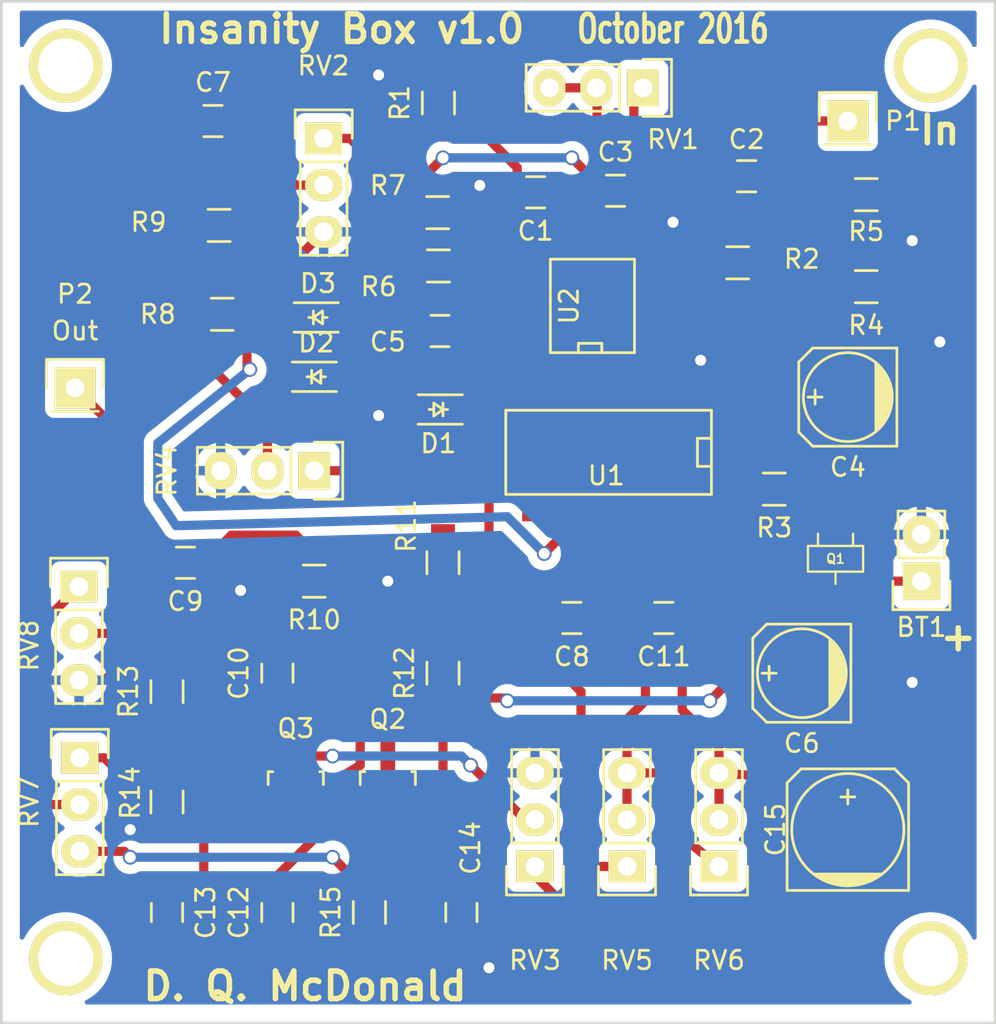
<source format=kicad_pcb>
(kicad_pcb (version 20221018) (generator pcbnew)
  (layers (0 "F.Cu" signal) (31 "B.Cu" signal) (34 "B.Paste" user) (35 "F.Paste" user) (36 "B.SilkS" user "B.Silkscreen") (37 "F.SilkS" user "F.Silkscreen") (38 "B.Mask" user) (39 "F.Mask" user) (44 "Edge.Cuts" user))
  (net 0 "")
  (net 1 "G071")
  (net 2 "Net-(C1-Pad1)")
  (net 3 "Net-(C1-Pad2)")
  (net 4 "Net-(C2-Pad1)")
  (net 5 "Net-(C2-Pad2)")
  (net 6 "Net-(C3-Pad1)")
  (net 7 "VR")
  (net 8 "Net-(C5-Pad1)")
  (net 9 "V071")
  (net 10 "Net-(C7-Pad1)")
  (net 11 "Net-(C7-Pad2)")
  (net 12 "Net-(C11-Pad2)")
  (net 13 "Net-(C8-Pad2)")
  (net 14 "Net-(C9-Pad1)")
  (net 15 "Net-(C10-Pad1)")
  (net 16 "Net-(C10-Pad2)")
  (net 17 "Net-(C11-Pad1)")
  (net 18 "Net-(C12-Pad1)")
  (net 19 "Net-(C13-Pad1)")
  (net 20 "Net-(C14-Pad1)")
  (net 21 "CMOS")
  (net 22 "Net-(D2-Pad1)")
  (net 23 "Net-(P2-Pad1)")
  (net 24 "V4049")
  (net 25 "Net-(R6-Pad1)")
  (net 26 "Net-(R9-Pad1)")
  (net 27 "Net-(Q3-PadS)")
  (net 28 "Net-(RV7-Pad2)")
  (net 29 "Net-(U1-Pad2)")
  (net 30 "Net-(U1-Pad4)")
  (net 31 "Net-(U1-Pad6)")
  (net 32 "Net-(U1-Pad10)")
  (net 33 "Net-(BT1-Pad1)")
  (footprint "Pin_Headers:Pin_Header_Straight_1x02" (layer "F.Cu") (at 217 129 180)
    (fp_text reference "BT1" (at 0 -2.5 180) (layer "F.SilkS"))
    (fp_text value "BATTERY")
    (pad "1" thru_hole rect (at 0 0 180) (size 2.032 2.032) (drill 1.016) (layers "*.Cu" "*.Mask" "F.SilkS") (net 33 "Net-(BT1-Pad1)"))
    (pad "2" thru_hole oval (at 0 2.54 180) (size 2.032 2.032) (drill 1.016) (layers "*.Cu" "*.Mask" "F.SilkS") (net 1 "G071"))
  )
  (footprint "Capacitors_SMD:C_0805" (layer "F.Cu") (at 196.02958 107.8738 180)
    (fp_text reference "C1" (at 0 -2.1 180) (layer "F.SilkS"))
    (fp_text value "0.47uF")
    (pad "1" smd rect (at -1 0 180) (size 1 1.25) (layers "F.Cu" "F.Paste" "F.Mask") (net 2 "Net-(C1-Pad1)"))
    (pad "2" smd rect (at 1 0 180) (size 1 1.25) (layers "F.Cu" "F.Paste" "F.Mask") (net 3 "Net-(C1-Pad2)"))
  )
  (footprint "Capacitors_SMD:C_0805" (layer "F.Cu") (at 207.5 107)
    (fp_text reference "C2" (at 0 -2) (layer "F.SilkS"))
    (fp_text value "0.01uF")
    (pad "1" smd rect (at -1 0) (size 1 1.25) (layers "F.Cu" "F.Paste" "F.Mask") (net 4 "Net-(C2-Pad1)"))
    (pad "2" smd rect (at 1 0) (size 1 1.25) (layers "F.Cu" "F.Paste" "F.Mask") (net 5 "Net-(C2-Pad2)"))
  )
  (footprint "Capacitors_SMD:C_0805" (layer "F.Cu") (at 200.37298 107.78744)
    (fp_text reference "C3" (at 0 -2.1) (layer "F.SilkS"))
    (fp_text value "220pF")
    (pad "1" smd rect (at -1 0) (size 1 1.25) (layers "F.Cu" "F.Paste" "F.Mask") (net 6 "Net-(C3-Pad1)"))
    (pad "2" smd rect (at 1 0) (size 1 1.25) (layers "F.Cu" "F.Paste" "F.Mask") (net 2 "Net-(C1-Pad1)"))
  )
  (footprint "Capacitors_SMD:C_0805" (layer "F.Cu") (at 190.83528 115.40744)
    (fp_text reference "C5" (at -2.83528 0.59256) (layer "F.SilkS"))
    (fp_text value "0.1uF")
    (pad "1" smd rect (at -1 0) (size 1 1.25) (layers "F.Cu" "F.Paste" "F.Mask") (net 8 "Net-(C5-Pad1)"))
    (pad "2" smd rect (at 1 0) (size 1 1.25) (layers "F.Cu" "F.Paste" "F.Mask") (net 6 "Net-(C3-Pad1)"))
  )
  (footprint "Capacitors_SMD:C_0805" (layer "F.Cu") (at 178.5 104)
    (fp_text reference "C7" (at 0 -2.1) (layer "F.SilkS"))
    (fp_text value "0.1uF")
    (pad "1" smd rect (at -1 0) (size 1 1.25) (layers "F.Cu" "F.Paste" "F.Mask") (net 10 "Net-(C7-Pad1)"))
    (pad "2" smd rect (at 1 0) (size 1 1.25) (layers "F.Cu" "F.Paste" "F.Mask") (net 11 "Net-(C7-Pad2)"))
  )
  (footprint "Capacitors_SMD:C_0805" (layer "F.Cu") (at 198 131 180)
    (fp_text reference "C8" (at 0 -2.1 180) (layer "F.SilkS"))
    (fp_text value "220pF")
    (pad "1" smd rect (at -1 0 180) (size 1 1.25) (layers "F.Cu" "F.Paste" "F.Mask") (net 12 "Net-(C11-Pad2)"))
    (pad "2" smd rect (at 1 0 180) (size 1 1.25) (layers "F.Cu" "F.Paste" "F.Mask") (net 13 "Net-(C8-Pad2)"))
  )
  (footprint "Capacitors_SMD:C_0805" (layer "F.Cu") (at 177 128 180)
    (fp_text reference "C9" (at 0 -2.1 180) (layer "F.SilkS"))
    (fp_text value "24pF")
    (pad "1" smd rect (at -1 0 180) (size 1 1.25) (layers "F.Cu" "F.Paste" "F.Mask") (net 14 "Net-(C9-Pad1)"))
    (pad "2" smd rect (at 1 0 180) (size 1 1.25) (layers "F.Cu" "F.Paste" "F.Mask") (net 1 "G071"))
  )
  (footprint "Capacitors_SMD:C_0805" (layer "F.Cu") (at 182 134 90)
    (fp_text reference "C10" (at 0 -2.1 90) (layer "F.SilkS"))
    (fp_text value "0.1uF")
    (pad "1" smd rect (at -1 0 90) (size 1 1.25) (layers "F.Cu" "F.Paste" "F.Mask") (net 15 "Net-(C10-Pad1)"))
    (pad "2" smd rect (at 1 0 90) (size 1 1.25) (layers "F.Cu" "F.Paste" "F.Mask") (net 16 "Net-(C10-Pad2)"))
  )
  (footprint "Capacitors_SMD:C_0805" (layer "F.Cu") (at 203 131 180)
    (fp_text reference "C11" (at 0 -2.1 180) (layer "F.SilkS"))
    (fp_text value "220pF")
    (pad "1" smd rect (at -1 0 180) (size 1 1.25) (layers "F.Cu" "F.Paste" "F.Mask") (net 17 "Net-(C11-Pad1)"))
    (pad "2" smd rect (at 1 0 180) (size 1 1.25) (layers "F.Cu" "F.Paste" "F.Mask") (net 12 "Net-(C11-Pad2)"))
  )
  (footprint "Capacitors_SMD:C_0805" (layer "F.Cu") (at 182 147 90)
    (fp_text reference "C12" (at 0 -2.1 90) (layer "F.SilkS"))
    (fp_text value "0.1uF")
    (pad "1" smd rect (at -1 0 90) (size 1 1.25) (layers "F.Cu" "F.Paste" "F.Mask") (net 18 "Net-(C12-Pad1)"))
    (pad "2" smd rect (at 1 0 90) (size 1 1.25) (layers "F.Cu" "F.Paste" "F.Mask") (net 15 "Net-(C10-Pad1)"))
  )
  (footprint "Capacitors_SMD:C_0805" (layer "F.Cu") (at 176 147 -90)
    (fp_text reference "C13" (at 0 -2.1 270) (layer "F.SilkS"))
    (fp_text value "0.01uF")
    (pad "1" smd rect (at -1 0 270) (size 1 1.25) (layers "F.Cu" "F.Paste" "F.Mask") (net 19 "Net-(C13-Pad1)"))
    (pad "2" smd rect (at 1 0 270) (size 1 1.25) (layers "F.Cu" "F.Paste" "F.Mask") (net 18 "Net-(C12-Pad1)"))
  )
  (footprint "Capacitors_SMD:C_0805" (layer "F.Cu") (at 192 147 -90)
    (fp_text reference "C14" (at -3.5 -0.5 270) (layer "F.SilkS"))
    (fp_text value "0.02uF")
    (pad "1" smd rect (at -1 0 270) (size 1 1.25) (layers "F.Cu" "F.Paste" "F.Mask") (net 20 "Net-(C14-Pad1)"))
    (pad "2" smd rect (at 1 0 270) (size 1 1.25) (layers "F.Cu" "F.Paste" "F.Mask") (net 1 "G071"))
  )
  (footprint "Pin_Headers:Pin_Header_Straight_1x01" (layer "F.Cu") (at 213 104)
    (fp_text reference "P1" (at 3 0) (layer "F.SilkS"))
    (fp_text value "CONN_1")
    (pad "1" thru_hole rect (at 0 0) (size 2.2352 2.2352) (drill 1.016) (layers "*.Cu" "*.Mask" "F.SilkS") (net 5 "Net-(C2-Pad2)"))
  )
  (footprint "Pin_Headers:Pin_Header_Straight_1x01" (layer "F.Cu") (at 171 118.5)
    (fp_text reference "P2" (at 0 -5.1) (layer "F.SilkS"))
    (fp_text value "Out" (at 0 -3.1) (layer "F.SilkS"))
    (pad "1" thru_hole rect (at 0 0) (size 2.2352 2.2352) (drill 1.016) (layers "*.Cu" "*.Mask" "F.SilkS") (net 23 "Net-(P2-Pad1)"))
  )
  (footprint "DQM:pChannelMostfetSot23" (layer "F.Cu") (at 212.3313 127.78486 180)
    (fp_text reference "Q1" (at 0 0 180) (layer "F.SilkS") (effects (font (size 0.50038 0.50038) (thickness 0.09906))))
    (fp_text value "MOSFET_P" hide)
    (pad "D" smd rect (at 0 -1.30664 180) (size 0.59944 1.50076) (layers "F.Cu" "F.Paste" "F.Mask") (net 33 "Net-(BT1-Pad1)"))
    (pad "G" smd rect (at -0.9525 1.30664 180) (size 0.59944 1.50076) (layers "F.Cu" "F.Paste" "F.Mask") (net 1 "G071"))
    (pad "S" smd rect (at 0.9525 1.30664 180) (size 0.59944 1.50076) (layers "F.Cu" "F.Paste" "F.Mask") (net 9 "V071"))
  )
  (footprint "DQM_kicad_new:SOT-23_J201_JFET" (layer "F.Cu") (at 188 140)
    (fp_text reference "Q2" (at 0 -3.5) (layer "F.SilkS"))
    (fp_text value "FET_N")
    (pad "D" smd rect (at 0.95 1.50114) (size 0.8001 1.80086) (layers "F.Cu" "F.Paste" "F.Mask") (net 9 "V071"))
    (pad "G" smd rect (at 0 -1.50114) (size 0.8001 1.80086) (layers "F.Cu" "F.Paste" "F.Mask") (net 16 "Net-(C10-Pad2)"))
    (pad "S" smd rect (at -0.95 1.50114) (size 0.8001 1.80086) (layers "F.Cu" "F.Paste" "F.Mask") (net 15 "Net-(C10-Pad1)"))
  )
  (footprint "DQM_kicad_new:SOT-23_J201_JFET" (layer "F.Cu") (at 183 140)
    (fp_text reference "Q3" (at 0 -3) (layer "F.SilkS"))
    (fp_text value "FET_N")
    (pad "D" smd rect (at 0.95 1.50114) (size 0.8001 1.80086) (layers "F.Cu" "F.Paste" "F.Mask") (net 15 "Net-(C10-Pad1)"))
    (pad "G" smd rect (at 0 -1.50114) (size 0.8001 1.80086) (layers "F.Cu" "F.Paste" "F.Mask") (net 14 "Net-(C9-Pad1)"))
    (pad "S" smd rect (at -0.95 1.50114) (size 0.8001 1.80086) (layers "F.Cu" "F.Paste" "F.Mask") (net 27 "Net-(Q3-PadS)"))
  )
  (footprint "Resistors_SMD:R_0805_HandSoldering" (layer "F.Cu") (at 190.75146 103.01986 90)
    (fp_text reference "R1" (at 0 -2.1 90) (layer "F.SilkS"))
    (fp_text value "4.7K")
    (pad "1" smd rect (at -1.35 0 90) (size 1.5 1.3) (layers "F.Cu" "F.Paste" "F.Mask") (net 3 "Net-(C1-Pad2)"))
    (pad "2" smd rect (at 1.35 0 90) (size 1.5 1.3) (layers "F.Cu" "F.Paste" "F.Mask") (net 1 "G071"))
  )
  (footprint "Resistors_SMD:R_0805_HandSoldering" (layer "F.Cu") (at 207.01508 111.70412)
    (fp_text reference "R2" (at 3.48492 -0.20412) (layer "F.SilkS"))
    (fp_text value "470K")
    (pad "1" smd rect (at -1.35 0) (size 1.5 1.3) (layers "F.Cu" "F.Paste" "F.Mask") (net 4 "Net-(C2-Pad1)"))
    (pad "2" smd rect (at 1.35 0) (size 1.5 1.3) (layers "F.Cu" "F.Paste" "F.Mask") (net 7 "VR"))
  )
  (footprint "Resistors_SMD:R_0805_HandSoldering" (layer "F.Cu") (at 209 124 180)
    (fp_text reference "R3" (at 0 -2.1 180) (layer "F.SilkS"))
    (fp_text value "200R")
    (pad "1" smd rect (at -1.35 0 180) (size 1.5 1.3) (layers "F.Cu" "F.Paste" "F.Mask") (net 9 "V071"))
    (pad "2" smd rect (at 1.35 0 180) (size 1.5 1.3) (layers "F.Cu" "F.Paste" "F.Mask") (net 24 "V4049"))
  )
  (footprint "Resistors_SMD:R_0805_HandSoldering" (layer "F.Cu") (at 214 113 180)
    (fp_text reference "R4" (at 0 -2.1 180) (layer "F.SilkS"))
    (fp_text value "10K")
    (pad "1" smd rect (at -1.35 0 180) (size 1.5 1.3) (layers "F.Cu" "F.Paste" "F.Mask") (net 9 "V071"))
    (pad "2" smd rect (at 1.35 0 180) (size 1.5 1.3) (layers "F.Cu" "F.Paste" "F.Mask") (net 7 "VR"))
  )
  (footprint "Resistors_SMD:R_0805_HandSoldering" (layer "F.Cu") (at 214 108)
    (fp_text reference "R5" (at 0 2) (layer "F.SilkS"))
    (fp_text value "10K")
    (pad "1" smd rect (at -1.35 0) (size 1.5 1.3) (layers "F.Cu" "F.Paste" "F.Mask") (net 7 "VR"))
    (pad "2" smd rect (at 1.35 0) (size 1.5 1.3) (layers "F.Cu" "F.Paste" "F.Mask") (net 1 "G071"))
  )
  (footprint "Resistors_SMD:R_0805_HandSoldering" (layer "F.Cu") (at 190.70828 108.9787 180)
    (fp_text reference "R6" (at 3.20828 -4.0213 180) (layer "F.SilkS"))
    (fp_text value "1.1K")
    (pad "1" smd rect (at -1.35 0 180) (size 1.5 1.3) (layers "F.Cu" "F.Paste" "F.Mask") (net 25 "Net-(R6-Pad1)"))
    (pad "2" smd rect (at 1.35 0 180) (size 1.5 1.3) (layers "F.Cu" "F.Paste" "F.Mask") (net 1 "G071"))
  )
  (footprint "Resistors_SMD:R_0805_HandSoldering" (layer "F.Cu") (at 190.75146 111.8743)
    (fp_text reference "R7" (at -2.75146 -4.3743) (layer "F.SilkS"))
    (fp_text value "100R")
    (pad "1" smd rect (at -1.35 0) (size 1.5 1.3) (layers "F.Cu" "F.Paste" "F.Mask") (net 6 "Net-(C3-Pad1)"))
    (pad "2" smd rect (at 1.35 0) (size 1.5 1.3) (layers "F.Cu" "F.Paste" "F.Mask") (net 25 "Net-(R6-Pad1)"))
  )
  (footprint "Resistors_SMD:R_0805_HandSoldering" (layer "F.Cu") (at 178.83124 109.67212 180)
    (fp_text reference "R8" (at 3.33124 -4.82788 180) (layer "F.SilkS"))
    (fp_text value "6.8K")
    (pad "1" smd rect (at -1.35 0 180) (size 1.5 1.3) (layers "F.Cu" "F.Paste" "F.Mask") (net 13 "Net-(C8-Pad2)"))
    (pad "2" smd rect (at 1.35 0 180) (size 1.5 1.3) (layers "F.Cu" "F.Paste" "F.Mask") (net 10 "Net-(C7-Pad1)"))
  )
  (footprint "Resistors_SMD:R_0805_HandSoldering" (layer "F.Cu") (at 179 114.5)
    (fp_text reference "R9" (at -4 -5) (layer "F.SilkS"))
    (fp_text value "1M")
    (pad "1" smd rect (at -1.35 0) (size 1.5 1.3) (layers "F.Cu" "F.Paste" "F.Mask") (net 26 "Net-(R9-Pad1)"))
    (pad "2" smd rect (at 1.35 0) (size 1.5 1.3) (layers "F.Cu" "F.Paste" "F.Mask") (net 13 "Net-(C8-Pad2)"))
  )
  (footprint "Resistors_SMD:R_0805_HandSoldering" (layer "F.Cu") (at 184 129 180)
    (fp_text reference "R10" (at 0 -2.1 180) (layer "F.SilkS"))
    (fp_text value "1M")
    (pad "1" smd rect (at -1.35 0 180) (size 1.5 1.3) (layers "F.Cu" "F.Paste" "F.Mask") (net 14 "Net-(C9-Pad1)"))
    (pad "2" smd rect (at 1.35 0 180) (size 1.5 1.3) (layers "F.Cu" "F.Paste" "F.Mask") (net 1 "G071"))
  )
  (footprint "Resistors_SMD:R_0805_HandSoldering" (layer "F.Cu") (at 191 128 90)
    (fp_text reference "R11" (at 2 -2 90) (layer "F.SilkS"))
    (fp_text value "1M")
    (pad "1" smd rect (at -1.35 0 90) (size 1.5 1.3) (layers "F.Cu" "F.Paste" "F.Mask") (net 16 "Net-(C10-Pad2)"))
    (pad "2" smd rect (at 1.35 0 90) (size 1.5 1.3) (layers "F.Cu" "F.Paste" "F.Mask") (net 1 "G071"))
  )
  (footprint "Resistors_SMD:R_0805_HandSoldering" (layer "F.Cu") (at 191 134 90)
    (fp_text reference "R12" (at 0 -2.1 90) (layer "F.SilkS"))
    (fp_text value "1M")
    (pad "1" smd rect (at -1.35 0 90) (size 1.5 1.3) (layers "F.Cu" "F.Paste" "F.Mask") (net 9 "V071"))
    (pad "2" smd rect (at 1.35 0 90) (size 1.5 1.3) (layers "F.Cu" "F.Paste" "F.Mask") (net 16 "Net-(C10-Pad2)"))
  )
  (footprint "Resistors_SMD:R_0805_HandSoldering" (layer "F.Cu") (at 176 135 90)
    (fp_text reference "R13" (at 0 -2.1 90) (layer "F.SilkS"))
    (fp_text value "1K")
    (pad "1" smd rect (at -1.35 0 90) (size 1.5 1.3) (layers "F.Cu" "F.Paste" "F.Mask") (net 27 "Net-(Q3-PadS)"))
    (pad "2" smd rect (at 1.35 0 90) (size 1.5 1.3) (layers "F.Cu" "F.Paste" "F.Mask") (net 1 "G071"))
  )
  (footprint "Resistors_SMD:R_0805_HandSoldering" (layer "F.Cu") (at 176 141 90)
    (fp_text reference "R14" (at 0.5 -2 90) (layer "F.SilkS"))
    (fp_text value "100K")
    (pad "1" smd rect (at -1.35 0 90) (size 1.5 1.3) (layers "F.Cu" "F.Paste" "F.Mask") (net 1 "G071"))
    (pad "2" smd rect (at 1.35 0 90) (size 1.5 1.3) (layers "F.Cu" "F.Paste" "F.Mask") (net 19 "Net-(C13-Pad1)"))
  )
  (footprint "Resistors_SMD:R_0805_HandSoldering" (layer "F.Cu") (at 187 147 90)
    (fp_text reference "R15" (at 0 -2.1 90) (layer "F.SilkS"))
    (fp_text value "39K")
    (pad "1" smd rect (at -1.35 0 90) (size 1.5 1.3) (layers "F.Cu" "F.Paste" "F.Mask") (net 18 "Net-(C12-Pad1)"))
    (pad "2" smd rect (at 1.35 0 90) (size 1.5 1.3) (layers "F.Cu" "F.Paste" "F.Mask") (net 20 "Net-(C14-Pad1)"))
  )
  (footprint "Pin_Headers:Pin_Header_Straight_1x03" (layer "F.Cu") (at 201.86904 102.1969 -90)
    (fp_text reference "RV1" (at 2.8031 -1.63096) (layer "F.SilkS"))
    (fp_text value "1M")
    (pad "1" thru_hole rect (at 0 0 270) (size 2.032 1.7272) (drill 1.016) (layers "*.Cu" "*.Mask" "F.SilkS") (net 2 "Net-(C1-Pad1)"))
    (pad "2" thru_hole oval (at 0 2.54 270) (size 2.032 1.7272) (drill 1.016) (layers "*.Cu" "*.Mask" "F.SilkS") (net 6 "Net-(C3-Pad1)"))
    (pad "3" thru_hole oval (at 0 5.08 270) (size 2.032 1.7272) (drill 1.016) (layers "*.Cu" "*.Mask" "F.SilkS") (net 6 "Net-(C3-Pad1)"))
  )
  (footprint "Pin_Headers:Pin_Header_Straight_1x03" (layer "F.Cu") (at 184.51576 104.94264)
    (fp_text reference "RV2" (at -0.01576 -3.94264) (layer "F.SilkS"))
    (fp_text value "100K")
    (pad "1" thru_hole rect (at 0 0) (size 2.032 1.7272) (drill 1.016) (layers "*.Cu" "*.Mask" "F.SilkS") (net 8 "Net-(C5-Pad1)"))
    (pad "2" thru_hole oval (at 0 2.54) (size 2.032 1.7272) (drill 1.016) (layers "*.Cu" "*.Mask" "F.SilkS") (net 11 "Net-(C7-Pad2)"))
    (pad "3" thru_hole oval (at 0 5.08) (size 2.032 1.7272) (drill 1.016) (layers "*.Cu" "*.Mask" "F.SilkS") (net 1 "G071"))
  )
  (footprint "Pin_Headers:Pin_Header_Straight_1x03" (layer "F.Cu") (at 196 144.5 180)
    (fp_text reference "RV3" (at 0 -5.1 180) (layer "F.SilkS"))
    (fp_text value "100K")
    (pad "1" thru_hole rect (at 0 0 180) (size 2.032 1.7272) (drill 1.016) (layers "*.Cu" "*.Mask" "F.SilkS") (net 21 "CMOS"))
    (pad "2" thru_hole oval (at 0 2.54 180) (size 2.032 1.7272) (drill 1.016) (layers "*.Cu" "*.Mask" "F.SilkS") (net 14 "Net-(C9-Pad1)"))
    (pad "3" thru_hole oval (at 0 5.08 180) (size 2.032 1.7272) (drill 1.016) (layers "*.Cu" "*.Mask" "F.SilkS") (net 1 "G071"))
  )
  (footprint "Pin_Headers:Pin_Header_Straight_1x03" (layer "F.Cu") (at 184 123 -90)
    (fp_text reference "RV4" (at 0 8 270) (layer "F.SilkS"))
    (fp_text value "50K")
    (pad "1" thru_hole rect (at 0 0 270) (size 2.032 1.7272) (drill 1.016) (layers "*.Cu" "*.Mask" "F.SilkS") (net 9 "V071"))
    (pad "2" thru_hole oval (at 0 2.54 270) (size 2.032 1.7272) (drill 1.016) (layers "*.Cu" "*.Mask" "F.SilkS") (net 26 "Net-(R9-Pad1)"))
    (pad "3" thru_hole oval (at 0 5.08 270) (size 2.032 1.7272) (drill 1.016) (layers "*.Cu" "*.Mask" "F.SilkS") (net 1 "G071"))
  )
  (footprint "Pin_Headers:Pin_Header_Straight_1x03" (layer "F.Cu") (at 201 144.5 180)
    (fp_text reference "RV5" (at 0 -5.1 180) (layer "F.SilkS"))
    (fp_text value "100K")
    (pad "1" thru_hole rect (at 0 0 180) (size 2.032 1.7272) (drill 1.016) (layers "*.Cu" "*.Mask" "F.SilkS") (net 13 "Net-(C8-Pad2)"))
    (pad "2" thru_hole oval (at 0 2.54 180) (size 2.032 1.7272) (drill 1.016) (layers "*.Cu" "*.Mask" "F.SilkS") (net 12 "Net-(C11-Pad2)"))
    (pad "3" thru_hole oval (at 0 5.08 180) (size 2.032 1.7272) (drill 1.016) (layers "*.Cu" "*.Mask" "F.SilkS") (net 12 "Net-(C11-Pad2)"))
  )
  (footprint "Pin_Headers:Pin_Header_Straight_1x03" (layer "F.Cu") (at 206 144.5 180)
    (fp_text reference "RV6" (at 0 -5.1 180) (layer "F.SilkS"))
    (fp_text value "100K")
    (pad "1" thru_hole rect (at 0 0 180) (size 2.032 1.7272) (drill 1.016) (layers "*.Cu" "*.Mask" "F.SilkS") (net 12 "Net-(C11-Pad2)"))
    (pad "2" thru_hole oval (at 0 2.54 180) (size 2.032 1.7272) (drill 1.016) (layers "*.Cu" "*.Mask" "F.SilkS") (net 17 "Net-(C11-Pad1)"))
    (pad "3" thru_hole oval (at 0 5.08 180) (size 2.032 1.7272) (drill 1.016) (layers "*.Cu" "*.Mask" "F.SilkS") (net 17 "Net-(C11-Pad1)"))
  )
  (footprint "Pin_Headers:Pin_Header_Straight_1x03" (layer "F.Cu") (at 171.26204 138.59764)
    (fp_text reference "RV7" (at -2.76204 2.40236 90) (layer "F.SilkS"))
    (fp_text value "100K")
    (pad "1" thru_hole rect (at 0 0) (size 2.032 1.7272) (drill 1.016) (layers "*.Cu" "*.Mask" "F.SilkS") (net 19 "Net-(C13-Pad1)"))
    (pad "2" thru_hole oval (at 0 2.54) (size 2.032 1.7272) (drill 1.016) (layers "*.Cu" "*.Mask" "F.SilkS") (net 28 "Net-(RV7-Pad2)"))
    (pad "3" thru_hole oval (at 0 5.08) (size 2.032 1.7272) (drill 1.016) (layers "*.Cu" "*.Mask" "F.SilkS") (net 20 "Net-(C14-Pad1)"))
  )
  (footprint "Pin_Headers:Pin_Header_Straight_1x03" (layer "F.Cu") (at 171.21632 129.2987)
    (fp_text reference "RV8" (at -2.71632 3.2013 90) (layer "F.SilkS"))
    (fp_text value "100K")
    (pad "1" thru_hole rect (at 0 0) (size 2.032 1.7272) (drill 1.016) (layers "*.Cu" "*.Mask" "F.SilkS") (net 28 "Net-(RV7-Pad2)"))
    (pad "2" thru_hole oval (at 0 2.54) (size 2.032 1.7272) (drill 1.016) (layers "*.Cu" "*.Mask" "F.SilkS") (net 23 "Net-(P2-Pad1)"))
    (pad "3" thru_hole oval (at 0 5.08) (size 2.032 1.7272) (drill 1.016) (layers "*.Cu" "*.Mask" "F.SilkS") (net 1 "G071"))
  )
  (footprint "SMD_Packages:SOIC-8-N" (layer "F.Cu") (at 199.12076 114.046 90)
    (fp_text reference "U2" (at 0 -1.27 90) (layer "F.SilkS"))
    (fp_text value "TL071")
    (pad "1" smd rect (at -1.905 3.175 90) (size 0.508 1.143) (layers "F.Cu" "F.Paste" "F.Mask"))
    (pad "2" smd rect (at -0.635 3.175 90) (size 0.508 1.143) (layers "F.Cu" "F.Paste" "F.Mask") (net 2 "Net-(C1-Pad1)"))
    (pad "3" smd rect (at 0.635 3.175 90) (size 0.508 1.143) (layers "F.Cu" "F.Paste" "F.Mask") (net 4 "Net-(C2-Pad1)"))
    (pad "4" smd rect (at 1.905 3.175 90) (size 0.508 1.143) (layers "F.Cu" "F.Paste" "F.Mask") (net 1 "G071"))
    (pad "5" smd rect (at 1.905 -3.175 90) (size 0.508 1.143) (layers "F.Cu" "F.Paste" "F.Mask"))
    (pad "6" smd rect (at 0.635 -3.175 90) (size 0.508 1.143) (layers "F.Cu" "F.Paste" "F.Mask") (net 25 "Net-(R6-Pad1)"))
    (pad "7" smd rect (at -0.635 -3.175 90) (size 0.508 1.143) (layers "F.Cu" "F.Paste" "F.Mask") (net 9 "V071"))
    (pad "8" smd rect (at -1.905 -3.175 90) (size 0.508 1.143) (layers "F.Cu" "F.Paste" "F.Mask"))
  )
  (footprint "Capacitors_SMD:c_elec_5x5.3" (layer "F.Cu") (at 213 119 180)
    (fp_text reference "C4" (at 0 -3.81 180) (layer "F.SilkS"))
    (fp_text value "22uF")
    (pad "1" smd rect (at 2.19964 0 180) (size 2.99974 1.6002) (layers "F.Cu" "F.Paste" "F.Mask") (net 7 "VR"))
    (pad "2" smd rect (at -2.19964 0 180) (size 2.99974 1.6002) (layers "F.Cu" "F.Paste" "F.Mask") (net 1 "G071"))
  )
  (footprint "Capacitors_SMD:c_elec_5x5.3" (layer "F.Cu") (at 210.5 134 180)
    (fp_text reference "C6" (at 0 -3.81 180) (layer "F.SilkS"))
    (fp_text value "22uF")
    (pad "1" smd rect (at 2.19964 0 180) (size 2.99974 1.6002) (layers "F.Cu" "F.Paste" "F.Mask") (net 9 "V071"))
    (pad "2" smd rect (at -2.19964 0 180) (size 2.99974 1.6002) (layers "F.Cu" "F.Paste" "F.Mask") (net 1 "G071"))
  )
  (footprint "Capacitors_SMD:c_elec_6.3x5.7" (layer "F.Cu") (at 213 142.5 90)
    (fp_text reference "C15" (at 0 -3.937 90) (layer "F.SilkS"))
    (fp_text value "10uF")
    (pad "1" smd rect (at 2.75082 0 90) (size 3.59918 1.6002) (layers "F.Cu" "F.Paste" "F.Mask") (net 17 "Net-(C11-Pad1)"))
    (pad "2" smd rect (at -2.75082 0 90) (size 3.59918 1.6002) (layers "F.Cu" "F.Paste" "F.Mask") (net 21 "CMOS"))
  )
  (footprint "Diodes_SMD:SOD-323" (layer "F.Cu") (at 190.74892 119.6721 180)
    (fp_text reference "D1" (at 0 -1.85 180) (layer "F.SilkS"))
    (fp_text value "1N914")
    (pad "1" smd rect (at -1.055 0 180) (size 0.59 0.45) (layers "F.Cu" "F.Paste" "F.Mask") (net 8 "Net-(C5-Pad1)"))
    (pad "2" smd rect (at 1.055 0 180) (size 0.59 0.45) (layers "F.Cu" "F.Paste" "F.Mask") (net 1 "G071"))
  )
  (footprint "Diodes_SMD:SOD-323" (layer "F.Cu") (at 184.1119 117.89664)
    (fp_text reference "D2" (at 0 -1.85) (layer "F.SilkS"))
    (fp_text value "1N914")
    (pad "1" smd rect (at -1.055 0) (size 0.59 0.45) (layers "F.Cu" "F.Paste" "F.Mask") (net 22 "Net-(D2-Pad1)"))
    (pad "2" smd rect (at 1.055 0) (size 0.59 0.45) (layers "F.Cu" "F.Paste" "F.Mask") (net 8 "Net-(C5-Pad1)"))
  )
  (footprint "Diodes_SMD:SOD-323" (layer "F.Cu") (at 184.20588 114.67338)
    (fp_text reference "D3" (at 0 -1.85) (layer "F.SilkS"))
    (fp_text value "1N914")
    (pad "1" smd rect (at -1.055 0) (size 0.59 0.45) (layers "F.Cu" "F.Paste" "F.Mask") (net 1 "G071"))
    (pad "2" smd rect (at 1.055 0) (size 0.59 0.45) (layers "F.Cu" "F.Paste" "F.Mask") (net 22 "Net-(D2-Pad1)"))
  )
  (footprint "SMD_Packages:SO-16-N" (layer "F.Cu") (at 200 122 180)
    (fp_text reference "U1" (at 0.127 -1.27 180) (layer "F.SilkS"))
    (fp_text value "4049")
    (pad "1" smd rect (at -4.445 3.175 180) (size 0.508 1.143) (layers "F.Cu" "F.Paste" "F.Mask") (net 24 "V4049"))
    (pad "2" smd rect (at -3.175 3.175 180) (size 0.508 1.143) (layers "F.Cu" "F.Paste" "F.Mask") (net 29 "Net-(U1-Pad2)"))
    (pad "3" smd rect (at -1.905 3.175 180) (size 0.508 1.143) (layers "F.Cu" "F.Paste" "F.Mask") (net 1 "G071"))
    (pad "4" smd rect (at -0.635 3.175 180) (size 0.508 1.143) (layers "F.Cu" "F.Paste" "F.Mask") (net 30 "Net-(U1-Pad4)"))
    (pad "5" smd rect (at 0.635 3.175 180) (size 0.508 1.143) (layers "F.Cu" "F.Paste" "F.Mask") (net 1 "G071"))
    (pad "6" smd rect (at 1.905 3.175 180) (size 0.508 1.143) (layers "F.Cu" "F.Paste" "F.Mask") (net 31 "Net-(U1-Pad6)"))
    (pad "7" smd rect (at 3.175 3.175 180) (size 0.508 1.143) (layers "F.Cu" "F.Paste" "F.Mask") (net 1 "G071"))
    (pad "8" smd rect (at 4.445 3.175 180) (size 0.508 1.143) (layers "F.Cu" "F.Paste" "F.Mask") (net 1 "G071"))
    (pad "9" smd rect (at 4.445 -3.175 180) (size 0.508 1.143) (layers "F.Cu" "F.Paste" "F.Mask") (net 1 "G071"))
    (pad "10" smd rect (at 3.175 -3.175 180) (size 0.508 1.143) (layers "F.Cu" "F.Paste" "F.Mask") (net 32 "Net-(U1-Pad10)"))
    (pad "11" smd rect (at 1.905 -3.175 180) (size 0.508 1.143) (layers "F.Cu" "F.Paste" "F.Mask") (net 13 "Net-(C8-Pad2)"))
    (pad "12" smd rect (at 0.635 -3.175 180) (size 0.508 1.143) (layers "F.Cu" "F.Paste" "F.Mask") (net 12 "Net-(C11-Pad2)"))
    (pad "13" smd rect (at -0.635 -3.175 180) (size 0.508 1.143) (layers "F.Cu" "F.Paste" "F.Mask"))
    (pad "14" smd rect (at -1.905 -3.175 180) (size 0.508 1.143) (layers "F.Cu" "F.Paste" "F.Mask") (net 12 "Net-(C11-Pad2)"))
    (pad "15" smd rect (at -3.175 -3.175 180) (size 0.508 1.143) (layers "F.Cu" "F.Paste" "F.Mask") (net 17 "Net-(C11-Pad1)"))
    (pad "16" smd rect (at -4.445 -3.175 180) (size 0.508 1.143) (layers "F.Cu" "F.Paste" "F.Mask"))
  )
  (footprint "DQM:PIN_ARRAY_1" (layer "F.Cu") (at 170.5 101)
    (fp_text reference "" (at 0 -1.905) (layer "F.SilkS") (effects (font (size 0.762 0.762) (thickness 0.1524))))
    (fp_text value "Val**" hide)
    (pad "1" thru_hole circle (at 0 0) (size 4 4) (drill 3) (layers "*.Cu" "*.Mask" "F.SilkS"))
  )
  (footprint "DQM:PIN_ARRAY_1" (layer "F.Cu") (at 217.5 101)
    (fp_text reference "" (at 0 -1.905) (layer "F.SilkS") (effects (font (size 0.762 0.762) (thickness 0.1524))))
    (fp_text value "Val**" hide)
    (pad "1" thru_hole circle (at 0 0) (size 4 4) (drill 3) (layers "*.Cu" "*.Mask" "F.SilkS"))
  )
  (footprint "DQM:PIN_ARRAY_1" (layer "F.Cu") (at 217.5 149.5)
    (fp_text reference "" (at 0 -1.905) (layer "F.SilkS") (effects (font (size 0.762 0.762) (thickness 0.1524))))
    (fp_text value "Val**" hide)
    (pad "1" thru_hole circle (at 0 0) (size 4 4) (drill 3) (layers "*.Cu" "*.Mask" "F.SilkS"))
  )
  (footprint "DQM:PIN_ARRAY_1" (layer "F.Cu") (at 170.5 149.5)
    (fp_text reference "" (at 0 -1.905) (layer "F.SilkS") (effects (font (size 0.762 0.762) (thickness 0.1524))))
    (fp_text value "Val**" hide)
    (pad "1" thru_hole circle (at 0 0) (size 4 4) (drill 3) (layers "*.Cu" "*.Mask" "F.SilkS"))
  )
  (gr_line (start 221 97.5) (end 167 97.5) (stroke (width 0.15)) (layer "Edge.Cuts"))
  (gr_line (start 220.5 153) (end 221 153) (stroke (width 0.15)) (layer "Edge.Cuts"))
  (gr_line (start 167 97.5) (end 167 153) (stroke (width 0.15)) (layer "Edge.Cuts"))
  (gr_line (start 167 153) (end 220.5 153) (stroke (width 0.15)) (layer "Edge.Cuts"))
  (gr_line (start 221 153) (end 221 97.5) (stroke (width 0.15)) (layer "Edge.Cuts"))
  (gr_text "D. Q. McDonald" (at 183.5 151) (layer "F.SilkS") (effects (font (size 1.5 1.5) (thickness 0.3))))
  (gr_text "Insanity Box v1.0" (at 185.5 99) (layer "F.SilkS") (effects (font (size 1.5 1.5) (thickness 0.3))))
  (gr_text "+" (at 219 132) (layer "F.SilkS") (effects (font (size 1.5 1.5) (thickness 0.3))))
  (gr_text "In" (at 218 104.5) (layer "F.SilkS") (effects (font (size 1.5 1.5) (thickness 0.3))))
  (gr_text "October 2016" (at 203.5 99) (layer "F.SilkS") (effects (font (size 1.5 1) (thickness 0.25))))
  (segment (start 199.365 120.135) (end 199 120.5) (width 0.5) (layer "F.Cu") (net 1))
  (segment (start 199 120.5) (end 198 120.5) (width 0.5) (layer "F.Cu") (net 1))
  (segment (start 195.555 120.055) (end 196 120.5) (width 0.5) (layer "F.Cu") (net 1))
  (segment (start 196 120.5) (end 197 120.5) (width 0.5) (layer "F.Cu") (net 1))
  (segment (start 197 120.5) (end 198 120.5) (width 0.5) (layer "F.Cu") (net 1))
  (segment (start 196.825 118.825) (end 196.65 118.65) (width 0.5) (layer "F.Cu") (net 1))
  (segment (start 196.825 120.5) (end 197 120.5) (width 0.5) (layer "F.Cu") (net 1))
  (segment (start 183.15088 111.38752) (end 184.51576 110.02264) (width 0.5) (layer "F.Cu") (net 1))
  (segment (start 189.5213 108.9787) (end 191 107.5) (width 0.5) (layer "F.Cu") (net 1))
  (segment (start 191 107.5) (end 193 107.5) (width 0.5) (layer "F.Cu") (net 1))
  (segment (start 202.29576 110.70424) (end 203.5 109.5) (width 0.5) (layer "F.Cu") (net 1))
  (segment (start 215.35 109.35) (end 216.5 110.5) (width 0.5) (layer "F.Cu") (net 1))
  (segment (start 215.19964 118.80036) (end 218 116) (width 0.5) (layer "F.Cu") (net 1))
  (segment (start 187.8279 119.6721) (end 187.5 120) (width 0.5) (layer "F.Cu") (net 1))
  (segment (start 187.66986 101.66986) (end 187.5 101.5) (width 0.5) (layer "F.Cu") (net 1))
  (segment (start 199.635 120.135) (end 200 120.5) (width 0.5) (layer "F.Cu") (net 1))
  (segment (start 200 120.5) (end 201 120.5) (width 0.5) (layer "F.Cu") (net 1))
  (segment (start 201 120.5) (end 201.905 119.595) (width 0.5) (layer "F.Cu") (net 1))
  (segment (start 201.905 119.595) (end 201.905 118.825) (width 0.5) (layer "F.Cu") (net 1))
  (segment (start 192 148.5) (end 193.5 150) (width 0.5) (layer "F.Cu") (net 1))
  (segment (start 180.5 129) (end 180 129.5) (width 0.5) (layer "F.Cu") (net 1))
  (segment (start 172.6213 134.3787) (end 173.35 133.65) (width 0.5) (layer "F.Cu") (net 1))
  (segment (start 173.35 133.65) (end 176 133.65) (width 0.5) (layer "F.Cu") (net 1))
  (segment (start 190.35 126.65) (end 188 129) (width 0.5) (layer "F.Cu") (net 1))
  (segment (start 195.555 119.555) (end 195.555 120.055) (width 0.5) (layer "F.Cu") (net 1))
  (segment (start 201.905 118.095) (end 203 117) (width 0.5) (layer "F.Cu") (net 1))
  (segment (start 203 117) (end 205 117) (width 0.5) (layer "F.Cu") (net 1))
  (segment (start 216 134) (end 216.5 134.5) (width 0.5) (layer "F.Cu") (net 1))
  (segment (start 213.30202 126.46) (end 213.2838 126.47822) (width 0.5) (layer "F.Cu") (net 1))
  (segment (start 216.98178 126.47822) (end 217 126.46) (width 0.5) (layer "F.Cu") (net 1))
  (segment (start 174.15 142.35) (end 174 142.5) (width 0.5) (layer "F.Cu") (net 1))
  (segment (start 176 133.65) (end 176 128) (width 0.5) (layer "F.Cu") (net 1))
  (segment (start 196.825 118.825) (end 196.825 120.5) (width 0.5) (layer "F.Cu") (net 1))
  (segment (start 189.35828 108.9787) (end 189.5213 108.9787) (width 0.5) (layer "F.Cu") (net 1))
  (segment (start 192 148) (end 192 148.5) (width 0.5) (layer "F.Cu") (net 1))
  (segment (start 217 126.46) (end 213.30202 126.46) (width 0.5) (layer "F.Cu") (net 1))
  (segment (start 182.65 129) (end 180.5 129) (width 0.5) (layer "F.Cu") (net 1))
  (segment (start 195.555 125.175) (end 195.555 119.555) (width 0.5) (layer "F.Cu") (net 1))
  (segment (start 183.15088 114.67338) (end 183.15088 111.38752) (width 0.5) (layer "F.Cu") (net 1))
  (segment (start 171.21632 134.3787) (end 172.6213 134.3787) (width 0.5) (layer "F.Cu") (net 1))
  (segment (start 213.2838 126.47822) (end 216.98178 126.47822) (width 0.5) (layer "F.Cu") (net 1))
  (segment (start 199.365 119.5) (end 199.365 120.135) (width 0.5) (layer "F.Cu") (net 1))
  (segment (start 176 142.35) (end 174.15 142.35) (width 0.5) (layer "F.Cu") (net 1))
  (segment (start 212.69964 134) (end 216 134) (width 0.5) (layer "F.Cu") (net 1))
  (segment (start 215.19964 119) (end 215.19964 118.80036) (width 0.5) (layer "F.Cu") (net 1))
  (segment (start 202.29576 112.141) (end 202.29576 110.70424) (width 0.5) (layer "F.Cu") (net 1))
  (segment (start 215.35 108) (end 215.35 109.35) (width 0.5) (layer "F.Cu") (net 1))
  (segment (start 189.69392 119.6721) (end 187.8279 119.6721) (width 0.5) (layer "F.Cu") (net 1))
  (segment (start 199.365 118.825) (end 199.365 119.5) (width 0.5) (layer "F.Cu") (net 1))
  (segment (start 195.555 118.825) (end 195.555 119.555) (width 0.5) (layer "F.Cu") (net 1))
  (segment (start 201.905 118.825) (end 201.905 118.095) (width 0.5) (layer "F.Cu") (net 1))
  (segment (start 199.365 120.135) (end 199.635 120.135) (width 0.5) (layer "F.Cu") (net 1))
  (segment (start 191 126.65) (end 190.35 126.65) (width 0.5) (layer "F.Cu") (net 1))
  (segment (start 190.75146 101.66986) (end 187.66986 101.66986) (width 0.5) (layer "F.Cu") (net 1))
  (via (at 218 116) (size 0.8) (drill 0.6) (layers "F.Cu" "B.Cu") (net 1))
  (via (at 187.5 101.5) (size 0.8) (drill 0.6) (layers "F.Cu" "B.Cu") (net 1))
  (via (at 193.5 150) (size 0.8) (drill 0.6) (layers "F.Cu" "B.Cu") (net 1))
  (via (at 180 129.5) (size 0.8) (drill 0.6) (layers "F.Cu" "B.Cu") (net 1))
  (via (at 188 129) (size 0.8) (drill 0.6) (layers "F.Cu" "B.Cu") (net 1))
  (via (at 205 117) (size 0.8) (drill 0.6) (layers "F.Cu" "B.Cu") (net 1))
  (via (at 174 142.5) (size 0.8) (drill 0.6) (layers "F.Cu" "B.Cu") (net 1))
  (via (at 193 107.5) (size 0.8) (drill 0.6) (layers "F.Cu" "B.Cu") (net 1))
  (via (at 187.5 120) (size 0.8) (drill 0.6) (layers "F.Cu" "B.Cu") (net 1))
  (via (at 216.5 134.5) (size 0.8) (drill 0.6) (layers "F.Cu" "B.Cu") (net 1))
  (via (at 203.5 109.5) (size 0.8) (drill 0.6) (layers "F.Cu" "B.Cu") (net 1))
  (via (at 216.5 110.5) (size 0.8) (drill 0.6) (layers "F.Cu" "B.Cu") (net 1))
  (segment (start 201.181 114.681) (end 200.5 114) (width 0.5) (layer "F.Cu") (net 2))
  (segment (start 200.5 114) (end 200.5 110.5) (width 0.5) (layer "F.Cu") (net 2))
  (segment (start 200.5 108.66042) (end 201.37298 107.78744) (width 0.5) (layer "F.Cu") (net 2))
  (segment (start 201.37298 102.69296) (end 201.86904 102.1969) (width 0.5) (layer "F.Cu") (net 2))
  (segment (start 197.02958 109.02958) (end 198.5 110.5) (width 0.5) (layer "F.Cu") (net 2))
  (segment (start 198.5 110.5) (end 200.5 110.5) (width 0.5) (layer "F.Cu") (net 2))
  (segment (start 200.5 110.5) (end 200.5 108.66042) (width 0.5) (layer "F.Cu") (net 2))
  (segment (start 201.37298 107.78744) (end 201.37298 102.69296) (width 0.5) (layer "F.Cu") (net 2))
  (segment (start 197.02958 107.8738) (end 197.02958 109.02958) (width 0.5) (layer "F.Cu") (net 2))
  (segment (start 202.29576 114.681) (end 201.181 114.681) (width 0.5) (layer "F.Cu") (net 2))
  (segment (start 195.02958 106.52958) (end 192.86986 104.36986) (width 0.5) (layer "F.Cu") (net 3))
  (segment (start 192.86986 104.36986) (end 190.75146 104.36986) (width 0.5) (layer "F.Cu") (net 3))
  (segment (start 195.02958 107.8738) (end 195.02958 106.52958) (width 0.5) (layer "F.Cu") (net 3))
  (segment (start 205.66508 109.66508) (end 206.5 108.83016) (width 0.5) (layer "F.Cu") (net 4))
  (segment (start 206.5 108.83016) (end 206.5 107) (width 0.5) (layer "F.Cu") (net 4))
  (segment (start 205.66508 112.83492) (end 205.089 113.411) (width 0.5) (layer "F.Cu") (net 4))
  (segment (start 205.089 113.411) (end 202.29576 113.411) (width 0.5) (layer "F.Cu") (net 4))
  (segment (start 205.66508 111.70412) (end 205.66508 112.83492) (width 0.5) (layer "F.Cu") (net 4))
  (segment (start 205.66508 111.70412) (end 205.66508 109.66508) (width 0.5) (layer "F.Cu") (net 4))
  (segment (start 208.5 106) (end 210.5 104) (width 0.5) (layer "F.Cu") (net 5))
  (segment (start 210.5 104) (end 213 104) (width 0.5) (layer "F.Cu") (net 5))
  (segment (start 208.5 107) (end 208.5 106) (width 0.5) (layer "F.Cu") (net 5))
  (segment (start 199.37298 102.24084) (end 199.32904 102.1969) (width 0.5) (layer "F.Cu") (net 6))
  (segment (start 199.37298 107.37298) (end 198 106) (width 0.5) (layer "F.Cu") (net 6))
  (segment (start 191 106) (end 190 107) (width 0.5) (layer "F.Cu") (net 6))
  (segment (start 190 107) (end 188.5 107) (width 0.5) (layer "F.Cu") (net 6))
  (segment (start 188.5 107) (end 187.5 108) (width 0.5) (layer "F.Cu") (net 6))
  (segment (start 187.5 108) (end 187.5 109.97284) (width 0.5) (layer "F.Cu") (net 6))
  (segment (start 187.5 109.97284) (end 189.40146 111.8743) (width 0.5) (layer "F.Cu") (net 6))
  (segment (start 191.83528 114.33528) (end 191 113.5) (width 0.5) (layer "F.Cu") (net 6))
  (segment (start 191 113.5) (end 190.5 113.5) (width 0.5) (layer "F.Cu") (net 6))
  (segment (start 190.5 113.5) (end 189.5 112.5) (width 0.5) (layer "F.Cu") (net 6))
  (segment (start 189.5 112.5) (end 189.40146 111.8743) (width 0.5) (layer "F.Cu") (net 6))
  (segment (start 199.32904 102.1969) (end 196.78904 102.1969) (width 0.5) (layer "F.Cu") (net 6))
  (segment (start 199.37298 107.78744) (end 199.37298 107.37298) (width 0.5) (layer "F.Cu") (net 6))
  (segment (start 199.37298 107.78744) (end 199.37298 102.24084) (width 0.5) (layer "F.Cu") (net 6))
  (segment (start 191.83528 115.40744) (end 191.83528 114.33528) (width 0.5) (layer "F.Cu") (net 6))
  (via (at 198 106) (size 0.8) (drill 0.6) (layers "F.Cu" "B.Cu") (net 6))
  (via (at 191 106) (size 0.8) (drill 0.6) (layers "F.Cu" "B.Cu") (net 6))
  (segment (start 198 106) (end 191 106) (width 0.5) (layer "B.Cu") (net 6))
  (segment (start 210.80036 116.30036) (end 212 115.10072) (width 0.5) (layer "F.Cu") (net 7))
  (segment (start 212 115.10072) (end 212.39928 115.10072) (width 0.5) (layer "F.Cu") (net 7))
  (segment (start 212.39928 115.10072) (end 212.65 114.85) (width 0.5) (layer "F.Cu") (net 7))
  (segment (start 212.65 114.85) (end 212.65 113) (width 0.5) (layer "F.Cu") (net 7))
  (segment (start 209.66096 113) (end 208.36508 111.70412) (width 0.5) (layer "F.Cu") (net 7))
  (segment (start 210.80036 119) (end 210.80036 116.30036) (width 0.5) (layer "F.Cu") (net 7))
  (segment (start 212.65 113) (end 212.65 108) (width 0.5) (layer "F.Cu") (net 7))
  (segment (start 212.65 113) (end 209.66096 113) (width 0.5) (layer "F.Cu") (net 7))
  (segment (start 189.83528 116.83528) (end 190.5 117.5) (width 0.5) (layer "F.Cu") (net 8))
  (segment (start 190.5 117.5) (end 190.5 118.36818) (width 0.5) (layer "F.Cu") (net 8))
  (segment (start 190.5 118.36818) (end 191.80392 119.6721) (width 0.5) (layer "F.Cu") (net 8))
  (segment (start 187.6561 115.40744) (end 185.1669 117.89664) (width 0.5) (layer "F.Cu") (net 8))
  (segment (start 187.53177 115.40744) (end 187.6561 115.40744) (width 0.5) (layer "F.Cu") (net 8))
  (segment (start 187.53177 113.03177) (end 186.5 112) (width 0.5) (layer "F.Cu") (net 8))
  (segment (start 186.5 112) (end 186.5 105.5) (width 0.5) (layer "F.Cu") (net 8))
  (segment (start 186.5 105.5) (end 185.94264 104.94264) (width 0.5) (layer "F.Cu") (net 8))
  (segment (start 185.94264 104.94264) (end 184.51576 104.94264) (width 0.5) (layer "F.Cu") (net 8))
  (segment (start 187.53177 115.40744) (end 187.53177 113.03177) (width 0.5) (layer "F.Cu") (net 8))
  (segment (start 189.83528 115.40744) (end 187.53177 115.40744) (width 0.5) (layer "F.Cu") (net 8))
  (segment (start 189.83528 115.40744) (end 189.83528 116.83528) (width 0.5) (layer "F.Cu") (net 8))
  (segment (start 210.52178 126.47822) (end 208.80036 128.19964) (width 0.5) (layer "F.Cu") (net 9))
  (segment (start 208.80036 128.19964) (end 208.30036 134) (width 0.5) (layer "F.Cu") (net 9))
  (segment (start 211.3788 125.0288) (end 210.35 124) (width 0.5) (layer "F.Cu") (net 9))
  (segment (start 211.5 124) (end 213 122.5) (width 0.5) (layer "F.Cu") (net 9))
  (segment (start 213 122.5) (end 213 117) (width 0.5) (layer "F.Cu") (net 9))
  (segment (start 213 117) (end 215.35 114.65) (width 0.5) (layer "F.Cu") (net 9))
  (segment (start 215.35 114.65) (end 215.35 113) (width 0.5) (layer "F.Cu") (net 9))
  (segment (start 190.49886 141.50114) (end 191 141) (width 0.5) (layer "F.Cu") (net 9))
  (segment (start 191 141) (end 191 135.35) (width 0.5) (layer "F.Cu") (net 9))
  (segment (start 194.35 135.35) (end 194.5 135.5) (width 0.5) (layer "F.Cu") (net 9))
  (segment (start 205.5 135.5) (end 207 134) (width 0.5) (layer "F.Cu") (net 9))
  (segment (start 207 134) (end 208.30036 134) (width 0.5) (layer "F.Cu") (net 9))
  (segment (start 192 123) (end 193.5 121.5) (width 0.5) (layer "F.Cu") (net 9))
  (segment (start 193.5 121.5) (end 193.5 115.5) (width 0.5) (layer "F.Cu") (net 9))
  (segment (start 193.5 115.5) (end 194.319 114.681) (width 0.5) (layer "F.Cu") (net 9))
  (segment (start 194.319 114.681) (end 195.94576 114.681) (width 0.5) (layer "F.Cu") (net 9))
  (segment (start 191.15 135.35) (end 193.5 133) (width 0.5) (layer "F.Cu") (net 9))
  (segment (start 193.5 133) (end 193.5 121.5) (width 0.5) (layer "F.Cu") (net 9))
  (segment (start 191 135.35) (end 194.35 135.35) (width 0.5) (layer "F.Cu") (net 9))
  (segment (start 210.35 124) (end 211.5 124) (width 0.5) (layer "F.Cu") (net 9))
  (segment (start 191 135.35) (end 191.15 135.35) (width 0.5) (layer "F.Cu") (net 9))
  (segment (start 211.3788 126.47822) (end 211.3788 125.0288) (width 0.5) (layer "F.Cu") (net 9))
  (segment (start 184 123) (end 192 123) (width 0.5) (layer "F.Cu") (net 9))
  (segment (start 188.95 141.50114) (end 190.49886 141.50114) (width 0.5) (layer "F.Cu") (net 9))
  (segment (start 211.3788 126.47822) (end 210.52178 126.47822) (width 0.5) (layer "F.Cu") (net 9))
  (via (at 194.5 135.5) (size 0.8) (drill 0.6) (layers "F.Cu" "B.Cu") (net 9))
  (via (at 205.5 135.5) (size 0.8) (drill 0.6) (layers "F.Cu" "B.Cu") (net 9))
  (segment (start 194.5 135.5) (end 205.5 135.5) (width 0.5) (layer "B.Cu") (net 9))
  (segment (start 177.5 109.65336) (end 177.48124 109.67212) (width 0.5) (layer "F.Cu") (net 10))
  (segment (start 177.5 104) (end 177.5 109.65336) (width 0.5) (layer "F.Cu") (net 10))
  (segment (start 182.98264 107.48264) (end 179.5 104) (width 0.5) (layer "F.Cu") (net 11))
  (segment (start 184.51576 107.48264) (end 182.98264 107.48264) (width 0.5) (layer "F.Cu") (net 11))
  (segment (start 199.365 125.2944) (end 199.5305 125.1289) (width 0.5) (layer "F.Cu") (net 12))
  (segment (start 202.3745 130.6255) (end 202 131) (width 0.5) (layer "F.Cu") (net 12))
  (segment (start 201.905 130.905) (end 202 131) (width 0.5) (layer "F.Cu") (net 12))
  (segment (start 202 125.27) (end 201.905 125.175) (width 0.5) (layer "F.Cu") (net 12))
  (segment (start 201.905 123.905) (end 201.5 123.5) (width 0.5) (layer "F.Cu") (net 12))
  (segment (start 201.5 123.5) (end 199.5 123.5) (width 0.5) (layer "F.Cu") (net 12))
  (segment (start 199.5 123.5) (end 199.365 123.635) (width 0.5) (layer "F.Cu") (net 12))
  (segment (start 199.365 123.635) (end 199.365 125.175) (width 0.5) (layer "F.Cu") (net 12))
  (segment (start 202 135.5) (end 201 136.5) (width 0.5) (layer "F.Cu") (net 12))
  (segment (start 201 136.5) (end 201 139.42) (width 0.5) (layer "F.Cu") (net 12))
  (segment (start 203.5 142.5) (end 203.5 140) (width 0.5) (layer "F.Cu") (net 12))
  (segment (start 203.5 140) (end 202.92 139.42) (width 0.5) (layer "F.Cu") (net 12))
  (segment (start 202.92 139.42) (end 201 139.42) (width 0.5) (layer "F.Cu") (net 12))
  (segment (start 202 131) (end 202 125.27) (width 0.5) (layer "F.Cu") (net 12))
  (segment (start 201.905 125.175) (end 201.905 123.905) (width 0.5) (layer "F.Cu") (net 12))
  (segment (start 202 131) (end 202 135.5) (width 0.5) (layer "F.Cu") (net 12))
  (segment (start 202 131) (end 199 131) (width 0.5) (layer "F.Cu") (net 12))
  (segment (start 201 139.42) (end 201 141.96) (width 0.5) (layer "F.Cu") (net 12))
  (segment (start 201.905 125.175) (end 201.905 130.905) (width 0.5) (layer "F.Cu") (net 12))
  (segment (start 206 144.5) (end 203.5 142.5) (width 0.5) (layer "F.Cu") (net 12))
  (segment (start 180.18124 114.33124) (end 180.35 114.5) (width 0.5) (layer "F.Cu") (net 13))
  (segment (start 199 144.5) (end 198.5 144) (width 0.5) (layer "F.Cu") (net 13))
  (segment (start 198.5 144) (end 198.5 135) (width 0.5) (layer "F.Cu") (net 13))
  (segment (start 198.5 135) (end 197 133.5) (width 0.5) (layer "F.Cu") (net 13))
  (segment (start 197 133.5) (end 197 131) (width 0.5) (layer "F.Cu") (net 13))
  (segment (start 197 129) (end 198.095 127.905) (width 0.5) (layer "F.Cu") (net 13))
  (segment (start 198.095 127.905) (end 198.095 125.175) (width 0.5) (layer "F.Cu") (net 13))
  (segment (start 198.095 125.905) (end 196.5 127.5) (width 0.5) (layer "F.Cu") (net 13))
  (segment (start 180.5 117.5) (end 180.35 117.35) (width 0.5) (layer "F.Cu") (net 13))
  (segment (start 180.35 117.35) (end 180.35 114.5) (width 0.5) (layer "F.Cu") (net 13))
  (segment (start 180.18124 109.67212) (end 180.18124 114.33124) (width 0.5) (layer "F.Cu") (net 13))
  (segment (start 198.095 125.175) (end 198.095 125.905) (width 0.5) (layer "F.Cu") (net 13))
  (segment (start 201 144.5) (end 199 144.5) (width 0.5) (layer "F.Cu") (net 13))
  (segment (start 197 131) (end 197 129) (width 0.5) (layer "F.Cu") (net 13))
  (via (at 180.5 117.5) (size 0.8) (drill 0.6) (layers "F.Cu" "B.Cu") (net 13))
  (via (at 196.5 127.5) (size 0.8) (drill 0.6) (layers "F.Cu" "B.Cu") (net 13))
  (segment (start 196.5 127.5) (end 194.5 125.5) (width 0.5) (layer "B.Cu") (net 13))
  (segment (start 194.5 125.5) (end 176.499635 125.986496) (width 0.5) (layer "B.Cu") (net 13))
  (segment (start 176.499635 125.986496) (end 175.5 124.5) (width 0.5) (layer "B.Cu") (net 13))
  (segment (start 175.5 124.5) (end 175.5 121.5) (width 0.5) (layer "B.Cu") (net 13))
  (segment (start 175.5 121.5) (end 180.5 117.5) (width 0.5) (layer "B.Cu") (net 13))
  (segment (start 180.99886 138.49886) (end 180 137.5) (width 0.5) (layer "F.Cu") (net 14))
  (segment (start 180 137.5) (end 180 132) (width 0.5) (layer "F.Cu") (net 14))
  (segment (start 180 132) (end 181 131) (width 0.5) (layer "F.Cu") (net 14))
  (segment (start 181 131) (end 183.35 131) (width 0.5) (layer "F.Cu") (net 14))
  (segment (start 183.35 131) (end 185.35 129) (width 0.5) (layer "F.Cu") (net 14))
  (segment (start 185.35 128.85) (end 183 126.5) (width 0.5) (layer "F.Cu") (net 14))
  (segment (start 183 126.5) (end 179.5 126.5) (width 0.5) (layer "F.Cu") (net 14))
  (segment (start 179.5 126.5) (end 178 128) (width 0.5) (layer "F.Cu") (net 14))
  (segment (start 195.46 141.96) (end 192.5 139) (width 0.5) (layer "F.Cu") (net 14))
  (segment (start 185 138.5) (end 184.99886 138.49886) (width 0.5) (layer "F.Cu") (net 14))
  (segment (start 184.99886 138.49886) (end 183 138.49886) (width 0.5) (layer "F.Cu") (net 14))
  (segment (start 196 141.96) (end 195.46 141.96) (width 0.5) (layer "F.Cu") (net 14))
  (segment (start 185.35 129) (end 185.35 128.85) (width 0.5) (layer "F.Cu") (net 14))
  (segment (start 183 138.49886) (end 180.99886 138.49886) (width 0.5) (layer "F.Cu") (net 14))
  (via (at 185 138.5) (size 0.8) (drill 0.6) (layers "F.Cu" "B.Cu") (net 14))
  (via (at 192.5 139) (size 0.8) (drill 0.6) (layers "F.Cu" "B.Cu") (net 14))
  (segment (start 192.5 139) (end 192 138.5) (width 0.5) (layer "B.Cu") (net 14))
  (segment (start 192 138.5) (end 185 138.5) (width 0.5) (layer "B.Cu") (net 14))
  (segment (start 182 145) (end 183.95 143.05) (width 0.5) (layer "F.Cu") (net 15))
  (segment (start 183.95 143.05) (end 183.95 141.50114) (width 0.5) (layer "F.Cu") (net 15))
  (segment (start 183.95 140.55) (end 186.5 139) (width 0.5) (layer "F.Cu") (net 15))
  (segment (start 186.5 139) (end 186.5 135.5) (width 0.5) (layer "F.Cu") (net 15))
  (segment (start 186.5 135.5) (end 185 135) (width 0.5) (layer "F.Cu") (net 15))
  (segment (start 185 135) (end 182 135) (width 0.5) (layer "F.Cu") (net 15))
  (segment (start 183.95 141.50114) (end 183.95 140.55) (width 0.5) (layer "F.Cu") (net 15))
  (segment (start 182 146) (end 182 145) (width 0.5) (layer "F.Cu") (net 15))
  (segment (start 183.95 141.50114) (end 187.05 141.50114) (width 0.5) (layer "F.Cu") (net 15))
  (segment (start 184.5 133) (end 185.5 132) (width 0.5) (layer "F.Cu") (net 16))
  (segment (start 185.5 132) (end 190.35 132) (width 0.5) (layer "F.Cu") (net 16))
  (segment (start 190.35 132) (end 191 132.65) (width 0.5) (layer "F.Cu") (net 16))
  (segment (start 188 135.65) (end 191 132.65) (width 0.5) (layer "F.Cu") (net 16))
  (segment (start 191 132.65) (end 191 129.35) (width 0.5) (layer "F.Cu") (net 16))
  (segment (start 188 138.49886) (end 188 135.65) (width 0.5) (layer "F.Cu") (net 16))
  (segment (start 182 133) (end 184.5 133) (width 0.5) (layer "F.Cu") (net 16))
  (segment (start 203.6445 130.6445) (end 204 131) (width 0.5) (layer "F.Cu") (net 17))
  (segment (start 204 128) (end 203.175 127.175) (width 0.5) (layer "F.Cu") (net 17))
  (segment (start 203.175 127.175) (end 203.175 125.175) (width 0.5) (layer "F.Cu") (net 17))
  (segment (start 204 136) (end 206 138) (width 0.5) (layer "F.Cu") (net 17))
  (segment (start 206 138) (end 206 139.42) (width 0.5) (layer "F.Cu") (net 17))
  (segment (start 212.82918 139.92) (end 213 139.74918) (width 0.5) (layer "F.Cu") (net 17))
  (segment (start 204 131) (end 204 128) (width 0.5) (layer "F.Cu") (net 17))
  (segment (start 204 131) (end 204 136) (width 0.5) (layer "F.Cu") (net 17))
  (segment (start 203.6445 129.4511) (end 203.6445 130.6445) (width 0.5) (layer "F.Cu") (net 17))
  (segment (start 206 139.42) (end 212.82918 139.92) (width 0.5) (layer "F.Cu") (net 17))
  (segment (start 206 139.42) (end 206 141.96) (width 0.5) (layer "F.Cu") (net 17))
  (segment (start 182.35 148.35) (end 182 148) (width 0.5) (layer "F.Cu") (net 18))
  (segment (start 187 148.35) (end 182.35 148.35) (width 0.5) (layer "F.Cu") (net 18))
  (segment (start 182 148) (end 176 148) (width 0.5) (layer "F.Cu") (net 18))
  (segment (start 177 146) (end 178 145) (width 0.5) (layer "F.Cu") (net 19))
  (segment (start 178 145) (end 178 141.65) (width 0.5) (layer "F.Cu") (net 19))
  (segment (start 178 141.65) (end 176 139.65) (width 0.5) (layer "F.Cu") (net 19))
  (segment (start 173.65 139.65) (end 172.59764 138.59764) (width 0.5) (layer "F.Cu") (net 19))
  (segment (start 172.59764 138.59764) (end 171.26204 138.59764) (width 0.5) (layer "F.Cu") (net 19))
  (segment (start 176 146) (end 177 146) (width 0.5) (layer "F.Cu") (net 19))
  (segment (start 176 139.65) (end 173.65 139.65) (width 0.5) (layer "F.Cu") (net 19))
  (segment (start 187.35 146) (end 187 145.65) (width 0.5) (layer "F.Cu") (net 20))
  (segment (start 186.65 145.65) (end 185 144) (width 0.5) (layer "F.Cu") (net 20))
  (segment (start 174 144) (end 173.67764 143.67764) (width 0.5) (layer "F.Cu") (net 20))
  (segment (start 173.67764 143.67764) (end 171.26204 143.67764) (width 0.5) (layer "F.Cu") (net 20))
  (segment (start 192 146) (end 187.35 146) (width 0.5) (layer "F.Cu") (net 20))
  (segment (start 187 145.65) (end 186.65 145.65) (width 0.5) (layer "F.Cu") (net 20))
  (via (at 174 144) (size 0.8) (drill 0.6) (layers "F.Cu" "B.Cu") (net 20))
  (via (at 185 144) (size 0.8) (drill 0.6) (layers "F.Cu" "B.Cu") (net 20))
  (segment (start 185 144) (end 174 144) (width 0.5) (layer "B.Cu") (net 20))
  (segment (start 196 145) (end 199 148) (width 0.5) (layer "F.Cu") (net 21))
  (segment (start 199 148) (end 210.25082 148) (width 0.5) (layer "F.Cu") (net 21))
  (segment (start 210.25082 148) (end 213 145.25082) (width 0.5) (layer "F.Cu") (net 21))
  (segment (start 196 144.5) (end 196 145) (width 0.5) (layer "F.Cu") (net 21))
  (segment (start 183.10336 117.89664) (end 185.26088 115.73912) (width 0.5) (layer "F.Cu") (net 22))
  (segment (start 185.26088 115.73912) (end 185.26088 114.67338) (width 0.5) (layer "F.Cu") (net 22))
  (segment (start 183.0569 117.89664) (end 183.10336 117.89664) (width 0.5) (layer "F.Cu") (net 22))
  (segment (start 173.1613 131.8387) (end 174 131) (width 0.5) (layer "F.Cu") (net 23))
  (segment (start 174 131) (end 174 121.5) (width 0.5) (layer "F.Cu") (net 23))
  (segment (start 174 121.5) (end 171 118.5) (width 0.5) (layer "F.Cu") (net 23))
  (segment (start 171.21632 131.8387) (end 173.1613 131.8387) (width 0.5) (layer "F.Cu") (net 23))
  (segment (start 207.65 120.65) (end 206.2911 119.2911) (width 0.5) (layer "F.Cu") (net 24))
  (segment (start 206.2911 119.2911) (end 204.4145 118.7911) (width 0.5) (layer "F.Cu") (net 24))
  (segment (start 207.65 124) (end 207.65 120.65) (width 0.5) (layer "F.Cu") (net 24))
  (segment (start 194.089 113.411) (end 192.5523 111.8743) (width 0.5) (layer "F.Cu") (net 25))
  (segment (start 192.5523 111.8743) (end 192.10146 111.8743) (width 0.5) (layer "F.Cu") (net 25))
  (segment (start 192.10146 109.02188) (end 192.05828 108.9787) (width 0.5) (layer "F.Cu") (net 25))
  (segment (start 192.10146 111.8743) (end 192.10146 109.02188) (width 0.5) (layer "F.Cu") (net 25))
  (segment (start 195.94576 113.411) (end 194.089 113.411) (width 0.5) (layer "F.Cu") (net 25))
  (segment (start 177.65 116.65) (end 181.46 120.46) (width 0.5) (layer "F.Cu") (net 26))
  (segment (start 181.46 120.46) (end 181.46 123) (width 0.5) (layer "F.Cu") (net 26))
  (segment (start 177.65 114.5) (end 177.65 116.65) (width 0.5) (layer "F.Cu") (net 26))
  (segment (start 180.50114 141.50114) (end 178.5 139.5) (width 0.5) (layer "F.Cu") (net 27))
  (segment (start 178.5 139.5) (end 178.5 138.85) (width 0.5) (layer "F.Cu") (net 27))
  (segment (start 178.5 138.85) (end 176 136.35) (width 0.5) (layer "F.Cu") (net 27))
  (segment (start 182.05 141.50114) (end 180.50114 141.50114) (width 0.5) (layer "F.Cu") (net 27))
  (segment (start 169.63764 141.13764) (end 168.5 140) (width 0.5) (layer "F.Cu") (net 28))
  (segment (start 168.5 140) (end 168.5 132.01502) (width 0.5) (layer "F.Cu") (net 28))
  (segment (start 168.5 132.01502) (end 171.21632 129.2987) (width 0.5) (layer "F.Cu") (net 28))
  (segment (start 171.26204 141.13764) (end 169.63764 141.13764) (width 0.5) (layer "F.Cu") (net 28))
  (segment (start 212.4228 129) (end 212.3313 129.0915) (width 0.5) (layer "F.Cu") (net 33))
  (segment (start 217 129) (end 212.4228 129) (width 0.5) (layer "F.Cu") (net 33))
  (zone (net 1) (net_name "G071") (layer "B.Cu") (connect_pads (clearance 0.508)) (min_thickness 0.254) (fill yes (thermal_gap 0.508) (thermal_bridge_width 0.508))
    (polygon (pts (xy 220 152) (xy 168 152) (xy 168 98) (xy 220 98)))
  )
)
</source>
